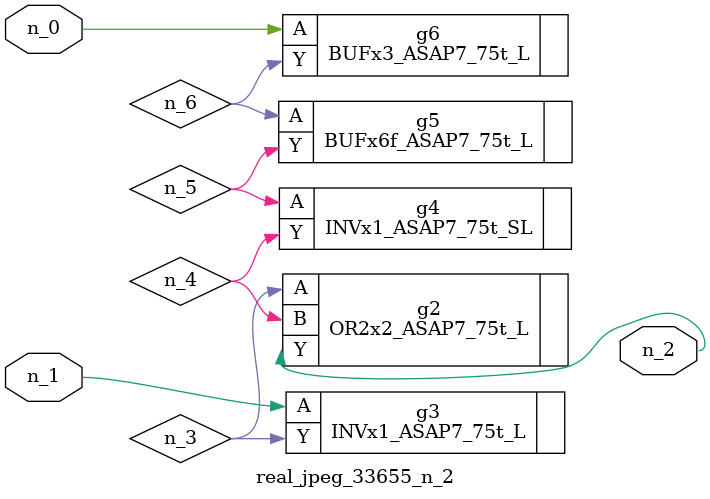
<source format=v>
module real_jpeg_33655_n_2 (n_1, n_0, n_2);

input n_1;
input n_0;

output n_2;

wire n_5;
wire n_4;
wire n_6;
wire n_3;

BUFx3_ASAP7_75t_L g6 ( 
.A(n_0),
.Y(n_6)
);

INVx1_ASAP7_75t_L g3 ( 
.A(n_1),
.Y(n_3)
);

OR2x2_ASAP7_75t_L g2 ( 
.A(n_3),
.B(n_4),
.Y(n_2)
);

INVx1_ASAP7_75t_SL g4 ( 
.A(n_5),
.Y(n_4)
);

BUFx6f_ASAP7_75t_L g5 ( 
.A(n_6),
.Y(n_5)
);


endmodule
</source>
